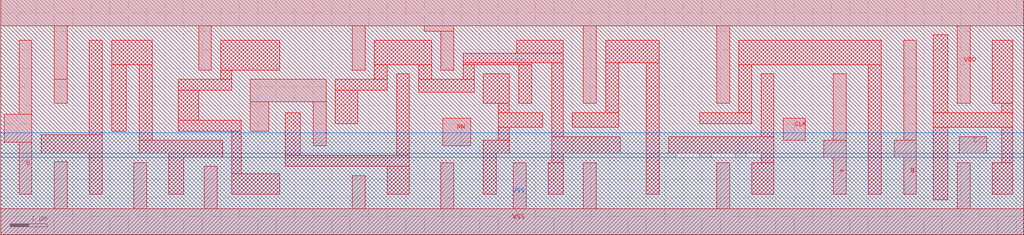
<source format=lef>
VERSION 5.7 ;
  NOWIREEXTENSIONATPIN ON ;
  DIVIDERCHAR "/" ;
  BUSBITCHARS "[]" ;
UNITS
  DATABASE MICRONS 200 ;
END UNITS

LAYER Via4
  TYPE CUT ;
END Via4

LAYER Via3
  TYPE CUT ;
END Via3

LAYER Via2
  TYPE CUT ;
END Via2

LAYER Via1
  TYPE CUT ;
END Via1

LAYER Nwell
  TYPE MASTERSLICE ;
END Nwell

LAYER Metal1
  TYPE ROUTING ;
END Metal1

LAYER Metal3
  TYPE ROUTING ;
END Metal3

LAYER Metal2
  TYPE ROUTING ;
END Metal2

LAYER Metal4
  TYPE ROUTING ;
END Metal4

LAYER Metal5
  TYPE ROUTING ;
END Metal5

LAYER Pwell
  TYPE MASTERSLICE ;
END Pwell

MACRO gf180mcu_voidwalkers_sc_sdffrnq_4
  CLASS BLOCK ;
  FOREIGN gf180mcu_voidwalkers_sc_sdffrnq_4 ;
  ORIGIN 8.450 -0.500 ;
  SIZE 27.650 BY 6.350 ;
  PIN VDD
    USE POWER ;
    PORT
      LAYER Nwell ;
        RECT -8.450 3.250 19.200 6.850 ;
      LAYER Metal1 ;
        RECT -8.450 6.150 19.200 6.850 ;
        RECT -7.000 4.700 -6.645 6.150 ;
        RECT -3.100 4.950 -2.750 6.150 ;
        RECT 1.050 4.950 1.400 6.150 ;
        RECT 3.000 6.000 3.800 6.150 ;
        RECT 3.450 4.950 3.800 6.000 ;
        RECT -7.000 4.050 -6.650 4.700 ;
        RECT 7.300 4.050 7.650 6.150 ;
        RECT 10.900 4.050 11.250 6.150 ;
        RECT 17.400 4.050 17.750 6.150 ;
    END
  END VDD
  PIN VSS
    USE GROUND ;
    PORT
      LAYER Pwell ;
        RECT -8.450 2.700 19.200 3.250 ;
        RECT -8.450 2.600 9.800 2.700 ;
        RECT 10.450 2.600 10.750 2.700 ;
        RECT 11.400 2.600 11.700 2.700 ;
        RECT 12.100 2.600 19.200 2.700 ;
        RECT -8.450 0.500 19.200 2.600 ;
      LAYER Metal1 ;
        RECT -7.000 1.200 -6.645 2.470 ;
        RECT -4.850 1.200 -4.500 2.450 ;
        RECT -2.950 1.200 -2.600 2.350 ;
        RECT 1.050 1.200 1.400 2.100 ;
        RECT 3.450 1.200 3.800 2.450 ;
        RECT 5.400 1.200 5.750 2.450 ;
        RECT 7.300 1.200 7.650 2.450 ;
        RECT 10.900 1.200 11.250 2.450 ;
        RECT 17.400 1.200 17.750 2.450 ;
        RECT -8.450 0.500 19.200 1.200 ;
    END
  END VSS
  PIN A
    ANTENNADIFFAREA 1.542750 ;
    PORT
      LAYER Metal1 ;
        RECT 14.050 3.050 14.400 4.850 ;
        RECT 13.800 2.600 14.400 3.050 ;
        RECT 14.050 1.600 14.400 2.600 ;
    END
  END A
  PIN B
    ANTENNADIFFAREA 1.657500 ;
    PORT
      LAYER Metal1 ;
        RECT 15.950 3.050 16.300 5.750 ;
        RECT 15.700 2.600 16.300 3.050 ;
        RECT 15.950 1.600 16.300 2.600 ;
    END
  END B
  PIN S
    ANTENNAGATEAREA 1.530000 ;
    PORT
      LAYER Metal1 ;
        RECT 17.450 2.700 18.200 3.150 ;
    END
  END S
  PIN CLK
    ANTENNAGATEAREA 3.060000 ;
    PORT
      LAYER Metal1 ;
        RECT -1.700 4.100 0.350 4.700 ;
        RECT -1.700 3.300 -1.200 4.100 ;
        RECT 0.000 2.900 0.350 4.100 ;
        RECT 12.700 3.050 13.300 3.650 ;
    END
  END CLK
  PIN RN
    ANTENNAGATEAREA 0.765000 ;
    PORT
      LAYER Metal1 ;
        RECT 3.500 2.900 4.250 3.650 ;
    END
  END RN
  PIN Q
    ANTENNADIFFAREA 1.402500 ;
    PORT
      LAYER Metal1 ;
        RECT -7.950 3.750 -7.600 5.750 ;
        RECT -8.350 3.000 -7.600 3.750 ;
        RECT -7.950 1.600 -7.600 3.000 ;
    END
  END Q
  OBS
      LAYER Metal1 ;
        RECT -6.050 3.200 -5.700 5.750 ;
        RECT -5.450 5.100 -4.350 5.750 ;
        RECT -5.450 3.300 -5.050 5.100 ;
        RECT -7.350 2.700 -5.700 3.200 ;
        RECT -4.700 3.050 -4.350 5.100 ;
        RECT -2.500 4.950 -0.900 5.750 ;
        RECT 1.650 5.100 3.200 5.750 ;
        RECT 5.500 5.400 6.750 5.750 ;
        RECT -2.500 4.700 -2.200 4.950 ;
        RECT 1.650 4.700 2.000 5.100 ;
        RECT -3.650 4.400 -2.200 4.700 ;
        RECT 0.600 4.400 2.000 4.700 ;
        RECT -3.650 3.600 -3.100 4.400 ;
        RECT -3.650 3.300 -1.950 3.600 ;
        RECT -4.700 2.700 -2.450 3.050 ;
        RECT -6.050 1.600 -5.700 2.700 ;
        RECT -3.900 2.600 -2.450 2.700 ;
        RECT -3.900 1.600 -3.500 2.600 ;
        RECT -2.200 2.150 -1.950 3.300 ;
        RECT -0.750 2.650 -0.350 3.800 ;
        RECT 0.600 3.500 1.200 4.400 ;
        RECT 2.250 2.650 2.600 4.850 ;
        RECT 2.850 4.700 3.200 5.100 ;
        RECT 4.050 5.150 6.750 5.400 ;
        RECT 4.050 5.100 5.900 5.150 ;
        RECT 4.050 4.700 4.350 5.100 ;
        RECT 2.850 4.350 4.350 4.700 ;
        RECT 4.600 4.050 5.300 4.850 ;
        RECT 5.550 4.050 5.900 5.100 ;
        RECT 5.000 3.800 5.300 4.050 ;
        RECT 5.000 3.400 6.200 3.800 ;
        RECT 5.000 3.050 5.300 3.400 ;
        RECT -0.750 2.350 2.600 2.650 ;
        RECT -2.200 1.600 -0.900 2.150 ;
        RECT 2.000 1.600 2.600 2.350 ;
        RECT 4.600 2.700 5.300 3.050 ;
        RECT 6.450 3.150 6.750 5.150 ;
        RECT 7.900 5.150 9.350 5.750 ;
        RECT 7.900 3.800 8.250 5.150 ;
        RECT 7.000 3.400 8.250 3.800 ;
        RECT 6.450 2.700 8.300 3.150 ;
        RECT 4.600 1.600 4.950 2.700 ;
        RECT 6.450 2.450 6.750 2.700 ;
        RECT 6.350 1.600 6.750 2.450 ;
        RECT 9.000 1.600 9.350 5.150 ;
        RECT 11.500 5.100 15.350 5.750 ;
        RECT 11.500 3.800 11.850 5.100 ;
        RECT 10.450 3.500 11.850 3.800 ;
        RECT 12.100 3.150 12.450 4.850 ;
        RECT 9.600 2.700 12.450 3.150 ;
        RECT 12.100 2.450 12.450 2.700 ;
        RECT 11.850 1.600 12.450 2.450 ;
        RECT 15.000 1.600 15.350 5.100 ;
        RECT 16.750 3.800 17.150 5.900 ;
        RECT 18.350 4.050 18.900 5.750 ;
        RECT 18.600 3.800 18.900 4.050 ;
        RECT 16.750 3.400 18.900 3.800 ;
        RECT 16.750 1.450 17.150 3.400 ;
        RECT 18.600 2.450 18.900 3.400 ;
        RECT 18.350 1.600 18.900 2.450 ;
  END
END gf180mcu_voidwalkers_sc_sdffrnq_4
END LIBRARY


</source>
